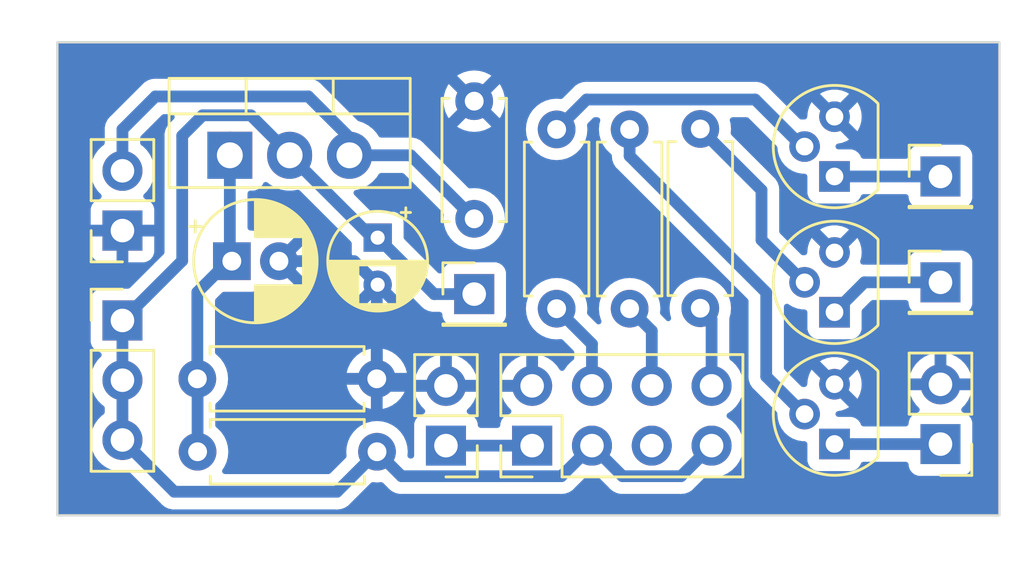
<source format=kicad_pcb>
(kicad_pcb (version 20221018) (generator pcbnew)
  (layers (0 "F.Cu" signal) (31 "B.Cu" signal) (34 "B.Paste" user) (35 "F.Paste" user) (36 "B.SilkS" user "B.Silkscreen") (37 "F.SilkS" user "F.Silkscreen") (38 "B.Mask" user) (39 "F.Mask" user) (44 "Edge.Cuts" user))
  (net 0 "")
  (net 1 "Net-(U1-ADJ)")
  (net 2 "+3.3V")
  (net 3 "red")
  (net 4 "green")
  (net 5 "touch")
  (net 6 "GND")
  (net 7 "blue")
  (net 8 "VCC")
  (net 10 "Net-(Q1-B)")
  (net 11 "Net-(Q2-B)")
  (net 12 "Net-(Q3-B)")
  (net 13 "Net-(J6-Pin_1)")
  (net 14 "Net-(J7-Pin_1)")
  (net 15 "Net-(J8-Pin_1)")
  (footprint "Connector_PinHeader_2.54mm:PinHeader_2x04_P2.54mm_Vertical" (layer "F.Cu") (at 40.897818 49.49 90)
    (fp_text reference "J1" hide)
    (fp_text value "Conn_02x04_Odd_Even" hide)
    (fp_line (start -1.33 -1.33) (end 0 -1.33) (stroke (width 0.12)) (layer "F.SilkS"))
    (fp_line (start -1.33 0) (end -1.33 -1.33) (stroke (width 0.12)) (layer "F.SilkS"))
    (fp_line (start -1.33 1.27) (end -1.33 8.95) (stroke (width 0.12)) (layer "F.SilkS"))
    (fp_line (start -1.33 1.27) (end 1.27 1.27) (stroke (width 0.12)) (layer "F.SilkS"))
    (fp_line (start -1.33 8.95) (end 3.87 8.95) (stroke (width 0.12)) (layer "F.SilkS"))
    (fp_line (start 1.27 -1.33) (end 3.87 -1.33) (stroke (width 0.12)) (layer "F.SilkS"))
    (fp_line (start 1.27 1.27) (end 1.27 -1.33) (stroke (width 0.12)) (layer "F.SilkS"))
    (fp_line (start 3.87 -1.33) (end 3.87 8.95) (stroke (width 0.12)) (layer "F.SilkS"))
    (pad "1" thru_hole rect (at 0 0 90) (size 1.7 1.7) (drill 1) (layers "*.Cu" "*.Mask") (net 5 "touch"))
    (pad "2" thru_hole oval (at 2.54 0 90) (size 1.7 1.7) (drill 1) (layers "*.Cu" "*.Mask") (net 6 "GND"))
    (pad "3" thru_hole oval (at 0 2.54 90) (size 1.7 1.7) (drill 1) (layers "*.Cu" "*.Mask") (net 2 "+3.3V"))
    (pad "4" thru_hole oval (at 2.54 2.54 90) (size 1.7 1.7) (drill 1) (layers "*.Cu" "*.Mask") (net 7 "blue"))
    (pad "5" thru_hole oval (at 0 5.08 90) (size 1.7 1.7) (drill 1) (layers "*.Cu" "*.Mask"))
    (pad "6" thru_hole oval (at 2.54 5.08 90) (size 1.7 1.7) (drill 1) (layers "*.Cu" "*.Mask") (net 4 "green"))
    (pad "7" thru_hole oval (at 0 7.62 90) (size 1.7 1.7) (drill 1) (layers "*.Cu" "*.Mask") (net 2 "+3.3V"))
    (pad "8" thru_hole oval (at 2.54 7.62 90) (size 1.7 1.7) (drill 1) (layers "*.Cu" "*.Mask") (net 3 "red"))
  )
  (footprint "Resistor_THT:R_Axial_DIN0207_L6.3mm_D2.5mm_P7.62mm_Horizontal" (layer "F.Cu") (at 45.037818 36.05 -90)
    (fp_text reference "R4" hide)
    (fp_text value "2K" hide)
    (fp_line (start 0.54 -1.37) (end 7.08 -1.37) (stroke (width 0.12)) (layer "F.SilkS"))
    (fp_line (start 0.54 -1.04) (end 0.54 -1.37) (stroke (width 0.12)) (layer "F.SilkS"))
    (fp_line (start 0.54 1.04) (end 0.54 1.37) (stroke (width 0.12)) (layer "F.SilkS"))
    (fp_line (start 0.54 1.37) (end 7.08 1.37) (stroke (width 0.12)) (layer "F.SilkS"))
    (fp_line (start 7.08 -1.37) (end 7.08 -1.04) (stroke (width 0.12)) (layer "F.SilkS"))
    (fp_line (start 7.08 1.37) (end 7.08 1.04) (stroke (width 0.12)) (layer "F.SilkS"))
    (pad "1" thru_hole circle (at 0 0 270) (size 1.6 1.6) (drill 0.8) (layers "*.Cu" "*.Mask") (net 11 "Net-(Q2-B)"))
    (pad "2" thru_hole oval (at 7.62 0 270) (size 1.6 1.6) (drill 0.8) (layers "*.Cu" "*.Mask") (net 4 "green"))
  )
  (footprint "Resistor_THT:R_Axial_DIN0207_L6.3mm_D2.5mm_P7.62mm_Horizontal" (layer "F.Cu") (at 26.68 46.65)
    (fp_text reference "R2" hide)
    (fp_text value "330R" hide)
    (fp_line (start 0.54 -1.37) (end 7.08 -1.37) (stroke (width 0.12)) (layer "F.SilkS"))
    (fp_line (start 0.54 -1.04) (end 0.54 -1.37) (stroke (width 0.12)) (layer "F.SilkS"))
    (fp_line (start 0.54 1.04) (end 0.54 1.37) (stroke (width 0.12)) (layer "F.SilkS"))
    (fp_line (start 0.54 1.37) (end 7.08 1.37) (stroke (width 0.12)) (layer "F.SilkS"))
    (fp_line (start 7.08 -1.37) (end 7.08 -1.04) (stroke (width 0.12)) (layer "F.SilkS"))
    (fp_line (start 7.08 1.37) (end 7.08 1.04) (stroke (width 0.12)) (layer "F.SilkS"))
    (pad "1" thru_hole circle (at 0 0) (size 1.6 1.6) (drill 0.8) (layers "*.Cu" "*.Mask") (net 1 "Net-(U1-ADJ)"))
    (pad "2" thru_hole oval (at 7.62 0) (size 1.6 1.6) (drill 0.8) (layers "*.Cu" "*.Mask") (net 6 "GND"))
  )
  (footprint "Connector_PinHeader_2.54mm:PinHeader_1x01_P2.54mm_Vertical" (layer "F.Cu") (at 38.437818 43.05)
    (fp_text reference "J9" hide)
    (fp_text value "Conn_01x01_Pin" hide)
    (fp_line (start -1.33 -1.33) (end 0 -1.33) (stroke (width 0.12)) (layer "F.SilkS"))
    (fp_line (start -1.33 0) (end -1.33 -1.33) (stroke (width 0.12)) (layer "F.SilkS"))
    (fp_line (start -1.33 1.27) (end -1.33 1.33) (stroke (width 0.12)) (layer "F.SilkS"))
    (fp_line (start -1.33 1.27) (end 1.33 1.27) (stroke (width 0.12)) (layer "F.SilkS"))
    (fp_line (start -1.33 1.33) (end 1.33 1.33) (stroke (width 0.12)) (layer "F.SilkS"))
    (fp_line (start 1.33 1.27) (end 1.33 1.33) (stroke (width 0.12)) (layer "F.SilkS"))
    (pad "1" thru_hole rect (at 0 0) (size 1.7 1.7) (drill 1) (layers "*.Cu" "*.Mask") (net 2 "+3.3V"))
  )
  (footprint "Resistor_THT:R_Axial_DIN0207_L6.3mm_D2.5mm_P7.62mm_Horizontal" (layer "F.Cu") (at 48.037818 43.65 90)
    (fp_text reference "R3" hide)
    (fp_text value "2K" hide)
    (fp_line (start 0.54 -1.37) (end 7.08 -1.37) (stroke (width 0.12)) (layer "F.SilkS"))
    (fp_line (start 0.54 -1.04) (end 0.54 -1.37) (stroke (width 0.12)) (layer "F.SilkS"))
    (fp_line (start 0.54 1.04) (end 0.54 1.37) (stroke (width 0.12)) (layer "F.SilkS"))
    (fp_line (start 0.54 1.37) (end 7.08 1.37) (stroke (width 0.12)) (layer "F.SilkS"))
    (fp_line (start 7.08 -1.37) (end 7.08 -1.04) (stroke (width 0.12)) (layer "F.SilkS"))
    (fp_line (start 7.08 1.37) (end 7.08 1.04) (stroke (width 0.12)) (layer "F.SilkS"))
    (pad "1" thru_hole circle (at 0 0 90) (size 1.6 1.6) (drill 0.8) (layers "*.Cu" "*.Mask") (net 3 "red"))
    (pad "2" thru_hole oval (at 7.62 0 90) (size 1.6 1.6) (drill 0.8) (layers "*.Cu" "*.Mask") (net 10 "Net-(Q1-B)"))
  )
  (footprint "Connector_PinHeader_2.54mm:PinHeader_1x01_P2.54mm_Vertical" (layer "F.Cu") (at 58.237818 38.05)
    (fp_text reference "J6" hide)
    (fp_text value "blueLedConn" hide)
    (fp_line (start -1.33 -1.33) (end 0 -1.33) (stroke (width 0.12)) (layer "F.SilkS"))
    (fp_line (start -1.33 0) (end -1.33 -1.33) (stroke (width 0.12)) (layer "F.SilkS"))
    (fp_line (start -1.33 1.27) (end -1.33 1.33) (stroke (width 0.12)) (layer "F.SilkS"))
    (fp_line (start -1.33 1.27) (end 1.33 1.27) (stroke (width 0.12)) (layer "F.SilkS"))
    (fp_line (start -1.33 1.33) (end 1.33 1.33) (stroke (width 0.12)) (layer "F.SilkS"))
    (fp_line (start 1.33 1.27) (end 1.33 1.33) (stroke (width 0.12)) (layer "F.SilkS"))
    (pad "1" thru_hole rect (at 0 0) (size 1.7 1.7) (drill 1) (layers "*.Cu" "*.Mask") (net 13 "Net-(J6-Pin_1)"))
  )
  (footprint "Package_TO_SOT_THT:TO-92" (layer "F.Cu") (at 53.737818 38.05 90)
    (fp_text reference "Q3" hide)
    (fp_text value "NPN" hide)
    (fp_line (start -0.53 1.85) (end 3.07 1.85) (stroke (width 0.12)) (layer "F.SilkS"))
    (fp_arc (start -0.568478 1.838478) (mid -1.132087 -0.994977) (end 1.27 -2.6) (stroke (width 0.12)) (layer "F.SilkS"))
    (fp_arc (start 1.27 -2.6) (mid 3.672087 -0.994977) (end 3.108478 1.838478) (stroke (width 0.12)) (layer "F.SilkS"))
    (pad "1" thru_hole rect (at 0 0 90) (size 1.3 1.3) (drill 0.75) (layers "*.Cu" "*.Mask") (net 13 "Net-(J6-Pin_1)"))
    (pad "2" thru_hole circle (at 1.27 -1.27 90) (size 1.3 1.3) (drill 0.75) (layers "*.Cu" "*.Mask") (net 12 "Net-(Q3-B)"))
    (pad "3" thru_hole circle (at 2.54 0 90) (size 1.3 1.3) (drill 0.75) (layers "*.Cu" "*.Mask") (net 6 "GND"))
  )
  (footprint "Capacitor_THT:CP_Radial_D4.0mm_P2.00mm" (layer "F.Cu") (at 34.337818 40.65 -90)
    (fp_text reference "C3" hide)
    (fp_text value "1uF" hide)
    (fp_line (start -1.269801 -1.195) (end -0.869801 -1.195) (stroke (width 0.12)) (layer "F.SilkS"))
    (fp_line (start -1.069801 -1.395) (end -1.069801 -0.995) (stroke (width 0.12)) (layer "F.SilkS"))
    (fp_line (start 1 -2.08) (end 1 2.08) (stroke (width 0.12)) (layer "F.SilkS"))
    (fp_line (start 1.04 -2.08) (end 1.04 2.08) (stroke (width 0.12)) (layer "F.SilkS"))
    (fp_line (start 1.08 -2.079) (end 1.08 2.079) (stroke (width 0.12)) (layer "F.SilkS"))
    (fp_line (start 1.12 -2.077) (end 1.12 2.077) (stroke (width 0.12)) (layer "F.SilkS"))
    (fp_line (start 1.16 -2.074) (end 1.16 2.074) (stroke (width 0.12)) (layer "F.SilkS"))
    (fp_line (start 1.2 -2.071) (end 1.2 -0.84) (stroke (width 0.12)) (layer "F.SilkS"))
    (fp_line (start 1.2 0.84) (end 1.2 2.071) (stroke (width 0.12)) (layer "F.SilkS"))
    (fp_line (start 1.24 -2.067) (end 1.24 -0.84) (stroke (width 0.12)) (layer "F.SilkS"))
    (fp_line (start 1.24 0.84) (end 1.24 2.067) (stroke (width 0.12)) (layer "F.SilkS"))
    (fp_line (start 1.28 -2.062) (end 1.28 -0.84) (stroke (width 0.12)) (layer "F.SilkS"))
    (fp_line (start 1.28 0.84) (end 1.28 2.062) (stroke (width 0.12)) (layer "F.SilkS"))
    (fp_line (start 1.32 -2.056) (end 1.32 -0.84) (stroke (width 0.12)) (layer "F.SilkS"))
    (fp_line (start 1.32 0.84) (end 1.32 2.056) (stroke (width 0.12)) (layer "F.SilkS"))
    (fp_line (start 1.36 -2.05) (end 1.36 -0.84) (stroke (width 0.12)) (layer "F.SilkS"))
    (fp_line (start 1.36 0.84) (end 1.36 2.05) (stroke (width 0.12)) (layer "F.SilkS"))
    (fp_line (start 1.4 -2.042) (end 1.4 -0.84) (stroke (width 0.12)) (layer "F.SilkS"))
    (fp_line (start 1.4 0.84) (end 1.4 2.042) (stroke (width 0.12)) (layer "F.SilkS"))
    (fp_line (start 1.44 -2.034) (end 1.44 -0.84) (stroke (width 0.12)) (layer "F.SilkS"))
    (fp_line (start 1.44 0.84) (end 1.44 2.034) (stroke (width 0.12)) (layer "F.SilkS"))
    (fp_line (start 1.48 -2.025) (end 1.48 -0.84) (stroke (width 0.12)) (layer "F.SilkS"))
    (fp_line (start 1.48 0.84) (end 1.48 2.025) (stroke (width 0.12)) (layer "F.SilkS"))
    (fp_line (start 1.52 -2.016) (end 1.52 -0.84) (stroke (width 0.12)) (layer "F.SilkS"))
    (fp_line (start 1.52 0.84) (end 1.52 2.016) (stroke (width 0.12)) (layer "F.SilkS"))
    (fp_line (start 1.56 -2.005) (end 1.56 -0.84) (stroke (width 0.12)) (layer "F.SilkS"))
    (fp_line (start 1.56 0.84) (end 1.56 2.005) (stroke (width 0.12)) (layer "F.SilkS"))
    (fp_line (start 1.6 -1.994) (end 1.6 -0.84) (stroke (width 0.12)) (layer "F.SilkS"))
    (fp_line (start 1.6 0.84) (end 1.6 1.994) (stroke (width 0.12)) (layer "F.SilkS"))
    (fp_line (start 1.64 -1.982) (end 1.64 -0.84) (stroke (width 0.12)) (layer "F.SilkS"))
    (fp_line (start 1.64 0.84) (end 1.64 1.982) (stroke (width 0.12)) (layer "F.SilkS"))
    (fp_line (start 1.68 -1.968) (end 1.68 -0.84) (stroke (width 0.12)) (layer "F.SilkS"))
    (fp_line (start 1.68 0.84) (end 1.68 1.968) (stroke (width 0.12)) (layer "F.SilkS"))
    (fp_line (start 1.721 -1.954) (end 1.721 -0.84) (stroke (width 0.12)) (layer "F.SilkS"))
    (fp_line (start 1.721 0.84) (end 1.721 1.954) (stroke (width 0.12)) (layer "F.SilkS"))
    (fp_line (start 1.761 -1.94) (end 1.761 -0.84) (stroke (width 0.12)) (layer "F.SilkS"))
    (fp_line (start 1.761 0.84) (end 1.761 1.94) (stroke (width 0.12)) (layer "F.SilkS"))
    (fp_line (start 1.801 -1.924) (end 1.801 -0.84) (stroke (width 0.12)) (layer "F.SilkS"))
    (fp_line (start 1.801 0.84) (end 1.801 1.924) (stroke (width 0.12)) (layer "F.SilkS"))
    (fp_line (start 1.841 -1.907) (end 1.841 -0.84) (stroke (width 0.12)) (layer "F.SilkS"))
    (fp_line (start 1.841 0.84) (end 1.841 1.907) (stroke (width 0.12)) (layer "F.SilkS"))
    (fp_line (start 1.881 -1.889) (end 1.881 -0.84) (stroke (width 0.12)) (layer "F.SilkS"))
    (fp_line (start 1.881 0.84) (end 1.881 1.889) (stroke (width 0.12)) (layer "F.SilkS"))
    (fp_line (start 1.921 -1.87) (end 1.921 -0.84) (stroke (width 0.12)) (layer "F.SilkS"))
    (fp_line (start 1.921 0.84) (end 1.921 1.87) (stroke (width 0.12)) (layer "F.SilkS"))
    (fp_line (start 1.961 -1.851) (end 1.961 -0.84) (stroke (width 0.12)) (layer "F.SilkS"))
    (fp_line (start 1.961 0.84) (end 1.961 1.851) (stroke (width 0.12)) (layer "F.SilkS"))
    (fp_line (start 2.001 -1.83) (end 2.001 -0.84) (stroke (width 0.12)) (layer "F.SilkS"))
    (fp_line (start 2.001 0.84) (end 2.001 1.83) (stroke (width 0.12)) (layer "F.SilkS"))
    (fp_line (start 2.041 -1.808) (end 2.041 -0.84) (stroke (width 0.12)) (layer "F.SilkS"))
    (fp_line (start 2.041 0.84) (end 2.041 1.808) (stroke (width 0.12)) (layer "F.SilkS"))
    (fp_line (start 2.081 -1.785) (end 2.081 -0.84) (stroke (width 0.12)) (layer "F.SilkS"))
    (fp_line (start 2.081 0.84) (end 2.081 1.785) (stroke (width 0.12)) (layer "F.SilkS"))
    (fp_line (start 2.121 -1.76) (end 2.121 -0.84) (stroke (width 0.12)) (layer "F.SilkS"))
    (fp_line (start 2.121 0.84) (end 2.121 1.76) (stroke (width 0.12)) (layer "F.SilkS"))
    (fp_line (start 2.161 -1.735) (end 2.161 -0.84) (stroke (width 0.12)) (layer "F.SilkS"))
    (fp_line (start 2.161 0.84) (end 2.161 1.735) (stroke (width 0.12)) (layer "F.SilkS"))
    (fp_line (start 2.201 -1.708) (end 2.201 -0.84) (stroke (width 0.12)) (layer "F.SilkS"))
    (fp_line (start 2.201 0.84) (end 2.201 1.708) (stroke (width 0.12)) (layer "F.SilkS"))
    (fp_line (start 2.241 -1.68) (end 2.241 -0.84) (stroke (width 0.12)) (layer "F.SilkS"))
    (fp_line (start 2.241 0.84) (end 2.241 1.68) (stroke (width 0.12)) (layer "F.SilkS"))
    (fp_line (start 2.281 -1.65) (end 2.281 -0.84) (stroke (width 0.12)) (layer "F.SilkS"))
    (fp_line (start 2.281 0.84) (end 2.281 1.65) (stroke (width 0.12)) (layer "F.SilkS"))
    (fp_line (start 2.321 -1.619) (end 2.321 -0.84) (stroke (width 0.12)) (layer "F.SilkS"))
    (fp_line (start 2.321 0.84) (end 2.321 1.619) (stroke (width 0.12)) (layer "F.SilkS"))
    (fp_line (start 2.361 -1.587) (end 2.361 -0.84) (stroke (width 0.12)) (layer "F.SilkS"))
    (fp_line (start 2.361 0.84) (end 2.361 1.587) (stroke (width 0.12)) (layer "F.SilkS"))
    (fp_line (start 2.401 -1.552) (end 2.401 -0.84) (stroke (width 0.12)) (layer "F.SilkS"))
    (fp_line (start 2.401 0.84) (end 2.401 1.552) (stroke (width 0.12)) (layer "F.SilkS"))
    (fp_line (start 2.441 -1.516) (end 2.441 -0.84) (stroke (width 0.12)) (layer "F.SilkS"))
    (fp_line (start 2.441 0.84) (end 2.441 1.516) (stroke (width 0.12)) (layer "F.SilkS"))
    (fp_line (start 2.481 -1.478) (end 2.481 -0.84) (stroke (width 0.12)) (layer "F.SilkS"))
    (fp_line (start 2.481 0.84) (end 2.481 1.478) (stroke (width 0.12)) (layer "F.SilkS"))
    (fp_line (start 2.521 -1.438) (end 2.521 -0.84) (stroke (width 0.12)) (layer "F.SilkS"))
    (fp_line (start 2.521 0.84) (end 2.521 1.438) (stroke (width 0.12)) (layer "F.SilkS"))
    (fp_line (start 2.561 -1.396) (end 2.561 -0.84) (stroke (width 0.12)) (layer "F.SilkS"))
    (fp_line (start 2.561 0.84) (end 2.561 1.396) (stroke (width 0.12)) (layer "F.SilkS"))
    (fp_line (start 2.601 -1.351) (end 2.601 -0.84) (stroke (width 0.12)) (layer "F.SilkS"))
    (fp_line (start 2.601 0.84) (end 2.601 1.351) (stroke (width 0.12)) (layer "F.SilkS"))
    (fp_line (start 2.641 -1.304) (end 2.641 -0.84) (stroke (width 0.12)) (layer "F.SilkS"))
    (fp_line (start 2.641 0.84) (end 2.641 1.304) (stroke (width 0.12)) (layer "F.SilkS"))
    (fp_line (start 2.681 -1.254) (end 2.681 -0.84) (stroke (width 0.12)) (layer "F.SilkS"))
    (fp_line (start 2.681 0.84) (end 2.681 1.254) (stroke (width 0.12)) (layer "F.SilkS"))
    (fp_line (start 2.721 -1.2) (end 2.721 -0.84) (stroke (width 0.12)) (layer "F.SilkS"))
    (fp_line (start 2.721 0.84) (end 2.721 1.2) (stroke (width 0.12)) (layer "F.SilkS"))
    (fp_line (start 2.761 -1.142) (end 2.761 -0.84) (stroke (width 0.12)) (layer "F.SilkS"))
    (fp_line (start 2.761 0.84) (end 2.761 1.142) (stroke (width 0.12)) (layer "F.SilkS"))
    (fp_line (start 2.801 -1.08) (end 2.801 -0.84) (stroke (width 0.12)) (layer "F.SilkS"))
    (fp_line (start 2.801 0.84) (end 2.801 1.08) (stroke (width 0.12)) (layer "F.SilkS"))
    (fp_line (start 2.841 -1.013) (end 2.841 1.013) (stroke (width 0.12)) (layer "F.SilkS"))
    (fp_line (start 2.881 -0.94) (end 2.881 0.94) (stroke (width 0.12)) (layer "F.SilkS"))
    (fp_line (start 2.921 -0.859) (end 2.921 0.859) (stroke (width 0.12)) (layer "F.SilkS"))
    (fp_line (start 2.961 -0.768) (end 2.961 0.768) (stroke (width 0.12)) (layer "F.SilkS"))
    (fp_line (start 3.001 -0.664) (end 3.001 0.664) (stroke (width 0.12)) (layer "F.SilkS"))
    (fp_line (start 3.041 -0.537) (end 3.041 0.537) (stroke (width 0.12)) (layer "F.SilkS"))
    (fp_line (start 3.081 -0.37) (end 3.081 0.37) (stroke (width 0.12)) (layer "F.SilkS"))
    (fp_circle (center 1 0) (end 3.12 0) (stroke (width 0.12)) (fill none) (layer "F.SilkS"))
    (pad "1" thru_hole rect (at 0 0 270) (size 1.2 1.2) (drill 0.6) (layers "*.Cu" "*.Mask") (net 2 "+3.3V"))
    (pad "2" thru_hole circle (at 2 0 270) (size 1.2 1.2) (drill 0.6) (layers "*.Cu" "*.Mask") (net 6 "GND"))
  )
  (footprint "Capacitor_THT:C_Disc_D5.0mm_W2.5mm_P5.00mm" (layer "F.Cu") (at 38.437818 39.85 90)
    (fp_text reference "C1" hide)
    (fp_text value "100nF" hide)
    (fp_line (start -0.12 -1.37) (end -0.12 -1.055) (stroke (width 0.12)) (layer "F.SilkS"))
    (fp_line (start -0.12 -1.37) (end 5.12 -1.37) (stroke (width 0.12)) (layer "F.SilkS"))
    (fp_line (start -0.12 1.055) (end -0.12 1.37) (stroke (width 0.12)) (layer "F.SilkS"))
    (fp_line (start -0.12 1.37) (end 5.12 1.37) (stroke (width 0.12)) (layer "F.SilkS"))
    (fp_line (start 5.12 -1.37) (end 5.12 -1.055) (stroke (width 0.12)) (layer "F.SilkS"))
    (fp_line (start 5.12 1.055) (end 5.12 1.37) (stroke (width 0.12)) (layer "F.SilkS"))
    (pad "1" thru_hole circle (at 0 0 90) (size 1.6 1.6) (drill 0.8) (layers "*.Cu" "*.Mask") (net 8 "VCC"))
    (pad "2" thru_hole circle (at 5 0 90) (size 1.6 1.6) (drill 0.8) (layers "*.Cu" "*.Mask") (net 6 "GND"))
  )
  (footprint "Package_TO_SOT_THT:TO-92" (layer "F.Cu") (at 53.737818 49.42 90)
    (fp_text reference "Q2" hide)
    (fp_text value "NPN" hide)
    (fp_line (start -0.53 1.85) (end 3.07 1.85) (stroke (width 0.12)) (layer "F.SilkS"))
    (fp_arc (start -0.568478 1.838478) (mid -1.132087 -0.994977) (end 1.27 -2.6) (stroke (width 0.12)) (layer "F.SilkS"))
    (fp_arc (start 1.27 -2.6) (mid 3.672087 -0.994977) (end 3.108478 1.838478) (stroke (width 0.12)) (layer "F.SilkS"))
    (pad "1" thru_hole rect (at 0 0 90) (size 1.3 1.3) (drill 0.75) (layers "*.Cu" "*.Mask") (net 15 "Net-(J8-Pin_1)"))
    (pad "2" thru_hole circle (at 1.27 -1.27 90) (size 1.3 1.3) (drill 0.75) (layers "*.Cu" "*.Mask") (net 11 "Net-(Q2-B)"))
    (pad "3" thru_hole circle (at 2.54 0 90) (size 1.3 1.3) (drill 0.75) (layers "*.Cu" "*.Mask") (net 6 "GND"))
  )
  (footprint "Package_TO_SOT_THT:TO-220-3_Vertical" (layer "F.Cu") (at 28.06 37.15)
    (fp_text reference "U1" hide)
    (fp_text value "LM317_TO-220" hide)
    (fp_line (start -2.58 -3.27) (end -2.58 1.371) (stroke (width 0.12)) (layer "F.SilkS"))
    (fp_line (start -2.58 -3.27) (end 7.66 -3.27) (stroke (width 0.12)) (layer "F.SilkS"))
    (fp_line (start -2.58 -1.76) (end 7.66 -1.76) (stroke (width 0.12)) (layer "F.SilkS"))
    (fp_line (start -2.58 1.371) (end 7.66 1.371) (stroke (width 0.12)) (layer "F.SilkS"))
    (fp_line (start 0.69 -3.27) (end 0.69 -1.76) (stroke (width 0.12)) (layer "F.SilkS"))
    (fp_line (start 4.391 -3.27) (end 4.391 -1.76) (stroke (width 0.12)) (layer "F.SilkS"))
    (fp_line (start 7.66 -3.27) (end 7.66 1.371) (stroke (width 0.12)) (layer "F.SilkS"))
    (pad "1" thru_hole rect (at 0 0) (size 1.905 2) (drill 1.1) (layers "*.Cu" "*.Mask") (net 1 "Net-(U1-ADJ)"))
    (pad "2" thru_hole oval (at 2.54 0) (size 1.905 2) (drill 1.1) (layers "*.Cu" "*.Mask") (net 2 "+3.3V"))
    (pad "3" thru_hole oval (at 5.08 0) (size 1.905 2) (drill 1.1) (layers "*.Cu" "*.Mask") (net 8 "VCC"))
  )
  (footprint "Capacitor_THT:CP_Radial_D5.0mm_P2.00mm" (layer "F.Cu") (at 28.144888 41.65)
    (fp_text reference "C2" hide)
    (fp_text value "10uF" hide)
    (fp_line (start -1.804775 -1.475) (end -1.304775 -1.475) (stroke (width 0.12)) (layer "F.SilkS"))
    (fp_line (start -1.554775 -1.725) (end -1.554775 -1.225) (stroke (width 0.12)) (layer "F.SilkS"))
    (fp_line (start 1 -2.58) (end 1 -1.04) (stroke (width 0.12)) (layer "F.SilkS"))
    (fp_line (start 1 1.04) (end 1 2.58) (stroke (width 0.12)) (layer "F.SilkS"))
    (fp_line (start 1.04 -2.58) (end 1.04 -1.04) (stroke (width 0.12)) (layer "F.SilkS"))
    (fp_line (start 1.04 1.04) (end 1.04 2.58) (stroke (width 0.12)) (layer "F.SilkS"))
    (fp_line (start 1.08 -2.579) (end 1.08 -1.04) (stroke (width 0.12)) (layer "F.SilkS"))
    (fp_line (start 1.08 1.04) (end 1.08 2.579) (stroke (width 0.12)) (layer "F.SilkS"))
    (fp_line (start 1.12 -2.578) (end 1.12 -1.04) (stroke (width 0.12)) (layer "F.SilkS"))
    (fp_line (start 1.12 1.04) (end 1.12 2.578) (stroke (width 0.12)) (layer "F.SilkS"))
    (fp_line (start 1.16 -2.576) (end 1.16 -1.04) (stroke (width 0.12)) (layer "F.SilkS"))
    (fp_line (start 1.16 1.04) (end 1.16 2.576) (stroke (width 0.12)) (layer "F.SilkS"))
    (fp_line (start 1.2 -2.573) (end 1.2 -1.04) (stroke (width 0.12)) (layer "F.SilkS"))
    (fp_line (start 1.2 1.04) (end 1.2 2.573) (stroke (width 0.12)) (layer "F.SilkS"))
    (fp_line (start 1.24 -2.569) (end 1.24 -1.04) (stroke (width 0.12)) (layer "F.SilkS"))
    (fp_line (start 1.24 1.04) (end 1.24 2.569) (stroke (width 0.12)) (layer "F.SilkS"))
    (fp_line (start 1.28 -2.565) (end 1.28 -1.04) (stroke (width 0.12)) (layer "F.SilkS"))
    (fp_line (start 1.28 1.04) (end 1.28 2.565) (stroke (width 0.12)) (layer "F.SilkS"))
    (fp_line (start 1.32 -2.561) (end 1.32 -1.04) (stroke (width 0.12)) (layer "F.SilkS"))
    (fp_line (start 1.32 1.04) (end 1.32 2.561) (stroke (width 0.12)) (layer "F.SilkS"))
    (fp_line (start 1.36 -2.556) (end 1.36 -1.04) (stroke (width 0.12)) (layer "F.SilkS"))
    (fp_line (start 1.36 1.04) (end 1.36 2.556) (stroke (width 0.12)) (layer "F.SilkS"))
    (fp_line (start 1.4 -2.55) (end 1.4 -1.04) (stroke (width 0.12)) (layer "F.SilkS"))
    (fp_line (start 1.4 1.04) (end 1.4 2.55) (stroke (width 0.12)) (layer "F.SilkS"))
    (fp_line (start 1.44 -2.543) (end 1.44 -1.04) (stroke (width 0.12)) (layer "F.SilkS"))
    (fp_line (start 1.44 1.04) (end 1.44 2.543) (stroke (width 0.12)) (layer "F.SilkS"))
    (fp_line (start 1.48 -2.536) (end 1.48 -1.04) (stroke (width 0.12)) (layer "F.SilkS"))
    (fp_line (start 1.48 1.04) (end 1.48 2.536) (stroke (width 0.12)) (layer "F.SilkS"))
    (fp_line (start 1.52 -2.528) (end 1.52 -1.04) (stroke (width 0.12)) (layer "F.SilkS"))
    (fp_line (start 1.52 1.04) (end 1.52 2.528) (stroke (width 0.12)) (layer "F.SilkS"))
    (fp_line (start 1.56 -2.52) (end 1.56 -1.04) (stroke (width 0.12)) (layer "F.SilkS"))
    (fp_line (start 1.56 1.04) (end 1.56 2.52) (stroke (width 0.12)) (layer "F.SilkS"))
    (fp_line (start 1.6 -2.511) (end 1.6 -1.04) (stroke (width 0.12)) (layer "F.SilkS"))
    (fp_line (start 1.6 1.04) (end 1.6 2.511) (stroke (width 0.12)) (layer "F.SilkS"))
    (fp_line (start 1.64 -2.501) (end 1.64 -1.04) (stroke (width 0.12)) (layer "F.SilkS"))
    (fp_line (start 1.64 1.04) (end 1.64 2.501) (stroke (width 0.12)) (layer "F.SilkS"))
    (fp_line (start 1.68 -2.491) (end 1.68 -1.04) (stroke (width 0.12)) (layer "F.SilkS"))
    (fp_line (start 1.68 1.04) (end 1.68 2.491) (stroke (width 0.12)) (layer "F.SilkS"))
    (fp_line (start 1.721 -2.48) (end 1.721 -1.04) (stroke (width 0.12)) (layer "F.SilkS"))
    (fp_line (start 1.721 1.04) (end 1.721 2.48) (stroke (width 0.12)) (layer "F.SilkS"))
    (fp_line (start 1.761 -2.468) (end 1.761 -1.04) (stroke (width 0.12)) (layer "F.SilkS"))
    (fp_line (start 1.761 1.04) (end 1.761 2.468) (stroke (width 0.12)) (layer "F.SilkS"))
    (fp_line (start 1.801 -2.455) (end 1.801 -1.04) (stroke (width 0.12)) (layer "F.SilkS"))
    (fp_line (start 1.801 1.04) (end 1.801 2.455) (stroke (width 0.12)) (layer "F.SilkS"))
    (fp_line (start 1.841 -2.442) (end 1.841 -1.04) (stroke (width 0.12)) (layer "F.SilkS"))
    (fp_line (start 1.841 1.04) (end 1.841 2.442) (stroke (width 0.12)) (layer "F.SilkS"))
    (fp_line (start 1.881 -2.428) (end 1.881 -1.04) (stroke (width 0.12)) (layer "F.SilkS"))
    (fp_line (start 1.881 1.04) (end 1.881 2.428) (stroke (width 0.12)) (layer "F.SilkS"))
    (fp_line (start 1.921 -2.414) (end 1.921 -1.04) (stroke (width 0.12)) (layer "F.SilkS"))
    (fp_line (start 1.921 1.04) (end 1.921 2.414) (stroke (width 0.12)) (layer "F.SilkS"))
    (fp_line (start 1.961 -2.398) (end 1.961 -1.04) (stroke (width 0.12)) (layer "F.SilkS"))
    (fp_line (start 1.961 1.04) (end 1.961 2.398) (stroke (width 0.12)) (layer "F.SilkS"))
    (fp_line (start 2.001 -2.382) (end 2.001 -1.04) (stroke (width 0.12)) (layer "F.SilkS"))
    (fp_line (start 2.001 1.04) (end 2.001 2.382) (stroke (width 0.12)) (layer "F.SilkS"))
    (fp_line (start 2.041 -2.365) (end 2.041 -1.04) (stroke (width 0.12)) (layer "F.SilkS"))
    (fp_line (start 2.041 1.04) (end 2.041 2.365) (stroke (width 0.12)) (layer "F.SilkS"))
    (fp_line (start 2.081 -2.348) (end 2.081 -1.04) (stroke (width 0.12)) (layer "F.SilkS"))
    (fp_line (start 2.081 1.04) (end 2.081 2.348) (stroke (width 0.12)) (layer "F.SilkS"))
    (fp_line (start 2.121 -2.329) (end 2.121 -1.04) (stroke (width 0.12)) (layer "F.SilkS"))
    (fp_line (start 2.121 1.04) (end 2.121 2.329) (stroke (width 0.12)) (layer "F.SilkS"))
    (fp_line (start 2.161 -2.31) (end 2.161 -1.04) (stroke (width 0.12)) (layer "F.SilkS"))
    (fp_line (start 2.161 1.04) (end 2.161 2.31) (stroke (width 0.12)) (layer "F.SilkS"))
    (fp_line (start 2.201 -2.29) (end 2.201 -1.04) (stroke (width 0.12)) (layer "F.SilkS"))
    (fp_line (start 2.201 1.04) (end 2.201 2.29) (stroke (width 0.12)) (layer "F.SilkS"))
    (fp_line (start 2.241 -2.268) (end 2.241 -1.04) (stroke (width 0.12)) (layer "F.SilkS"))
    (fp_line (start 2.241 1.04) (end 2.241 2.268) (stroke (width 0.12)) (layer "F.SilkS"))
    (fp_line (start 2.281 -2.247) (end 2.281 -1.04) (stroke (width 0.12)) (layer "F.SilkS"))
    (fp_line (start 2.281 1.04) (end 2.281 2.247) (stroke (width 0.12)) (layer "F.SilkS"))
    (fp_line (start 2.321 -2.224) (end 2.321 -1.04) (stroke (width 0.12)) (layer "F.SilkS"))
    (fp_line (start 2.321 1.04) (end 2.321 2.224) (stroke (width 0.12)) (layer "F.SilkS"))
    (fp_line (start 2.361 -2.2) (end 2.361 -1.04) (stroke (width 0.12)) (layer "F.SilkS"))
    (fp_line (start 2.361 1.04) (end 2.361 2.2) (stroke (width 0.12)) (layer "F.SilkS"))
    (fp_line (start 2.401 -2.175) (end 2.401 -1.04) (stroke (width 0.12)) (layer "F.SilkS"))
    (fp_line (start 2.401 1.04) (end 2.401 2.175) (stroke (width 0.12)) (layer "F.SilkS"))
    (fp_line (start 2.441 -2.149) (end 2.441 -1.04) (stroke (width 0.12)) (layer "F.SilkS"))
    (fp_line (start 2.441 1.04) (end 2.441 2.149) (stroke (width 0.12)) (layer "F.SilkS"))
    (fp_line (start 2.481 -2.122) (end 2.481 -1.04) (stroke (width 0.12)) (layer "F.SilkS"))
    (fp_line (start 2.481 1.04) (end 2.481 2.122) (stroke (width 0.12)) (layer "F.SilkS"))
    (fp_line (start 2.521 -2.095) (end 2.521 -1.04) (stroke (width 0.12)) (layer "F.SilkS"))
    (fp_line (start 2.521 1.04) (end 2.521 2.095) (stroke (width 0.12)) (layer "F.SilkS"))
    (fp_line (start 2.561 -2.065) (end 2.561 -1.04) (stroke (width 0.12)) (layer "F.SilkS"))
    (fp_line (start 2.561 1.04) (end 2.561 2.065) (stroke (width 0.12)) (layer "F.SilkS"))
    (fp_line (start 2.601 -2.035) (end 2.601 -1.04) (stroke (width 0.12)) (layer "F.SilkS"))
    (fp_line (start 2.601 1.04) (end 2.601 2.035) (stroke (width 0.12)) (layer "F.SilkS"))
    (fp_line (start 2.641 -2.004) (end 2.641 -1.04) (stroke (width 0.12)) (layer "F.SilkS"))
    (fp_line (start 2.641 1.04) (end 2.641 2.004) (stroke (width 0.12)) (layer "F.SilkS"))
    (fp_line (start 2.681 -1.971) (end 2.681 -1.04) (stroke (width 0.12)) (layer "F.SilkS"))
    (fp_line (start 2.681 1.04) (end 2.681 1.971) (stroke (width 0.12)) (layer "F.SilkS"))
    (fp_line (start 2.721 -1.937) (end 2.721 -1.04) (stroke (width 0.12)) (layer "F.SilkS"))
    (fp_line (start 2.721 1.04) (end 2.721 1.937) (stroke (width 0.12)) (layer "F.SilkS"))
    (fp_line (start 2.761 -1.901) (end 2.761 -1.04) (stroke (width 0.12)) (layer "F.SilkS"))
    (fp_line (start 2.761 1.04) (end 2.761 1.901) (stroke (width 0.12)) (layer "F.SilkS"))
    (fp_line (start 2.801 -1.864) (end 2.801 -1.04) (stroke (width 0.12)) (layer "F.SilkS"))
    (fp_line (start 2.801 1.04) (end 2.801 1.864) (stroke (width 0.12)) (layer "F.SilkS"))
    (fp_line (start 2.841 -1.826) (end 2.841 -1.04) (stroke (width 0.12)) (layer "F.SilkS"))
    (fp_line (start 2.841 1.04) (end 2.841 1.826) (stroke (width 0.12)) (layer "F.SilkS"))
    (fp_line (start 2.881 -1.785) (end 2.881 -1.04) (stroke (width 0.12)) (layer "F.SilkS"))
    (fp_line (start 2.881 1.04) (end 2.881 1.785) (stroke (width 0.12)) (layer "F.SilkS"))
    (fp_line (start 2.921 -1.743) (end 2.921 -1.04) (stroke (width 0.12)) (layer "F.SilkS"))
    (fp_line (start 2.921 1.04) (end 2.921 1.743) (stroke (width 0.12)) (layer "F.SilkS"))
    (fp_line (start 2.961 -1.699) (end 2.961 -1.04) (stroke (width 0.12)) (layer "F.SilkS"))
    (fp_line (start 2.961 1.04) (end 2.961 1.699) (stroke (width 0.12)) (layer "F.SilkS"))
    (fp_line (start 3.001 -1.653) (end 3.001 -1.04) (stroke (width 0.12)) (layer "F.SilkS"))
    (fp_line (start 3.001 1.04) (end 3.001 1.653) (stroke (width 0.12)) (layer "F.SilkS"))
    (fp_line (start 3.041 -1.605) (end 3.041 1.605) (stroke (width 0.12)) (layer "F.SilkS"))
    (fp_line (start 3.081 -1.554) (end 3.081 1.554) (stroke (width 0.12)) (layer "F.SilkS"))
    (fp_line (start 3.121 -1.5) (end 3.121 1.5) (stroke (width 0.12)) (layer "F.SilkS"))
    (fp_line (start 3.161 -1.443) (end 3.161 1.443) (stroke (width 0.12)) (layer "F.SilkS"))
    (fp_line (start 3.201 -1.383) (end 3.201 1.383) (stroke (width 0.12)) (layer "F.SilkS"))
    (fp_line (start 3.241 -1.319) (end 3.241 1.319) (stroke (width 0.12)) (layer "F.SilkS"))
    (fp_line (start 3.281 -1.251) (end 3.281 1.251) (stroke (width 0.12)) (layer "F.SilkS"))
    (fp_line (start 3.321 -1.178) (end 3.321 1.178) (stroke (width 0.12)) (layer "F.SilkS"))
    (fp_line (start 3.361 -1.098) (end 3.361 1.098) (stroke (width 0.12)) (layer "F.SilkS"))
    (fp_line (start 3.401 -1.011) (end 3.401 1.011) (stroke (width 0.12)) (layer "F.SilkS"))
    (fp_line (start 3.441 -0.915) (end 3.441 0.915) (stroke (width 0.12)) (layer "F.SilkS"))
    (fp_line (start 3.481 -0.805) (end 3.481 0.805) (stroke (width 0.12)) (layer "F.SilkS"))
    (fp_line (start 3.521 -0.677) (end 3.521 0.677) (stroke (width 0.12)) (layer "F.SilkS"))
    (fp_line (start 3.561 -0.518) (end 3.561 0.518) (stroke (width 0.12)) (layer "F.SilkS"))
    (fp_line (start 3.601 -0.284) (end 3.601 0.284) (stroke (width 0.12)) (layer "F.SilkS"))
    (fp_circle (center 1 0) (end 3.62 0) (stroke (width 0.12)) (fill none) (layer "F.SilkS"))
    (pad "1" thru_hole rect (at 0 0) (size 1.6 1.6) (drill 0.8) (layers "*.Cu" "*.Mask") (net 1 "Net-(U1-ADJ)"))
    (pad "2" thru_hole circle (at 2 0) (size 1.6 1.6) (drill 0.8) (layers "*.Cu" "*.Mask") (net 6 "GND"))
  )
  (footprint "Connector_PinHeader_2.54mm:PinHeader_1x02_P2.54mm_Vertical" (layer "F.Cu") (at 58.237818 49.425 180)
    (fp_text reference "J8" hide)
    (fp_text value "greenLedConn" hide)
    (fp_line (start -1.33 -1.33) (end 0 -1.33) (stroke (width 0.12)) (layer "F.SilkS"))
    (fp_line (start -1.33 0) (end -1.33 -1.33) (stroke (width 0.12)) (layer "F.SilkS"))
    (fp_line (start -1.33 1.27) (end -1.33 3.87) (stroke (width 0.12)) (layer "F.SilkS"))
    (fp_line (start -1.33 1.27) (end 1.33 1.27) (stroke (width 0.12)) (layer "F.SilkS"))
    (fp_line (start -1.33 3.87) (end 1.33 3.87) (stroke (width 0.12)) (layer "F.SilkS"))
    (fp_line (start 1.33 1.27) (end 1.33 3.87) (stroke (width 0.12)) (layer "F.SilkS"))
    (pad "1" thru_hole rect (at 0 0 180) (size 1.7 1.7) (drill 1) (layers "*.Cu" "*.Mask") (net 15 "Net-(J8-Pin_1)"))
    (pad "2" thru_hole oval (at 0 2.54 180) (size 1.7 1.7) (drill 1) (layers "*.Cu" "*.Mask") (net 6 "GND"))
  )
  (footprint "Connector_PinHeader_2.54mm:PinHeader_1x03_P2.54mm_Vertical" (layer "F.Cu") (at 23.5 44.17)
    (fp_text reference "J5" hide)
    (fp_text value "Conn_01x03_Pin" hide)
    (fp_line (start -1.33 -1.33) (end 0 -1.33) (stroke (width 0.12)) (layer "F.SilkS"))
    (fp_line (start -1.33 0) (end -1.33 -1.33) (stroke (width 0.12)) (layer "F.SilkS"))
    (fp_line (start -1.33 1.27) (end -1.33 6.41) (stroke (width 0.12)) (layer "F.SilkS"))
    (fp_line (start -1.33 1.27) (end 1.33 1.27) (stroke (width 0.12)) (layer "F.SilkS"))
    (fp_line (start -1.33 6.41) (end 1.33 6.41) (stroke (width 0.12)) (layer "F.SilkS"))
    (fp_line (start 1.33 1.27) (end 1.33 6.41) (stroke (width 0.12)) (layer "F.SilkS"))
    (pad "1" thru_hole rect (at 0 0) (size 1.7 1.7) (drill 1) (layers "*.Cu" "*.Mask") (net 2 "+3.3V"))
    (pad "2" thru_hole oval (at 0 2.54) (size 1.7 1.7) (drill 1) (layers "*.Cu" "*.Mask") (net 2 "+3.3V"))
    (pad "3" thru_hole oval (at 0 5.08) (size 1.7 1.7) (drill 1) (layers "*.Cu" "*.Mask") (net 2 "+3.3V"))
  )
  (footprint "Resistor_THT:R_Axial_DIN0207_L6.3mm_D2.5mm_P7.62mm_Horizontal" (layer "F.Cu") (at 34.31 49.75 180)
    (fp_text reference "R1" hide)
    (fp_text value "200R" hide)
    (fp_line (start 0.54 -1.37) (end 7.08 -1.37) (stroke (width 0.12)) (layer "F.SilkS"))
    (fp_line (start 0.54 -1.04) (end 0.54 -1.37) (stroke (width 0.12)) (layer "F.SilkS"))
    (fp_line (start 0.54 1.04) (end 0.54 1.37) (stroke (width 0.12)) (layer "F.SilkS"))
    (fp_line (start 0.54 1.37) (end 7.08 1.37) (stroke (width 0.12)) (layer "F.SilkS"))
    (fp_line (start 7.08 -1.37) (end 7.08 -1.04) (stroke (width 0.12)) (layer "F.SilkS"))
    (fp_line (start 7.08 1.37) (end 7.08 1.04) (stroke (width 0.12)) (layer "F.SilkS"))
    (pad "1" thru_hole circle (at 0 0 180) (size 1.6 1.6) (drill 0.8) (layers "*.Cu" "*.Mask") (net 2 "+3.3V"))
    (pad "2" thru_hole oval (at 7.62 0 180) (size 1.6 1.6) (drill 0.8) (layers "*.Cu" "*.Mask") (net 1 "Net-(U1-ADJ)"))
  )
  (footprint "Connector_PinHeader_2.54mm:PinHeader_1x01_P2.54mm_Vertical" (layer "F.Cu") (at 58.237818 42.55)
    (fp_text reference "J7" hide)
    (fp_text value "redLedConn" hide)
    (fp_line (start -1.33 -1.33) (end 0 -1.33) (stroke (width 0.12)) (layer "F.SilkS"))
    (fp_line (start -1.33 0) (end -1.33 -1.33) (stroke (width 0.12)) (layer "F.SilkS"))
    (fp_line (start -1.33 1.27) (end -1.33 1.33) (stroke (width 0.12)) (layer "F.SilkS"))
    (fp_line (start -1.33 1.27) (end 1.33 1.27) (stroke (width 0.12)) (layer "F.SilkS"))
    (fp_line (start -1.33 1.33) (end 1.33 1.33) (stroke (width 0.12)) (layer "F.SilkS"))
    (fp_line (start 1.33 1.27) (end 1.33 1.33) (stroke (width 0.12)) (layer "F.SilkS"))
    (pad "1" thru_hole rect (at 0 0) (size 1.7 1.7) (drill 1) (layers "*.Cu" "*.Mask") (net 14 "Net-(J7-Pin_1)"))
  )
  (footprint "Package_TO_SOT_THT:TO-92" (layer "F.Cu") (at 53.737818 43.82 90)
    (fp_text reference "Q1" hide)
    (fp_text value "NPN" hide)
    (fp_line (start -0.53 1.85) (end 3.07 1.85) (stroke (width 0.12)) (layer "F.SilkS"))
    (fp_arc (start -0.568478 1.838478) (mid -1.132087 -0.994977) (end 1.27 -2.6) (stroke (width 0.12)) (layer "F.SilkS"))
    (fp_arc (start 1.27 -2.6) (mid 3.672087 -0.994977) (end 3.108478 1.838478) (stroke (width 0.12)) (layer "F.SilkS"))
    (pad "1" thru_hole rect (at 0 0 90) (size 1.3 1.3) (drill 0.75) (layers "*.Cu" "*.Mask") (net 14 "Net-(J7-Pin_1)"))
    (pad "2" thru_hole circle (at 1.27 -1.27 90) (size 1.3 1.3) (drill 0.75) (layers "*.Cu" "*.Mask") (net 10 "Net-(Q1-B)"))
    (pad "3" thru_hole circle (at 2.54 0 90) (size 1.3 1.3) (drill 0.75) (layers "*.Cu" "*.Mask") (net 6 "GND"))
  )
  (footprint "Connector_PinSocket_2.54mm:PinSocket_1x02_P2.54mm_Vertical" (layer "F.Cu") (at 23.5 40.35 180)
    (fp_text reference "J2" hide)
    (fp_text value "Power in" hide)
    (fp_line (start -1.33 1.27) (end -1.33 3.87) (stroke (width 0.12)) (layer "F.SilkS"))
    (fp_line (start -1.33 1.27) (end 1.33 1.27) (stroke (width 0.12)) (layer "F.SilkS"))
    (fp_line (start -1.33 3.87) (end 1.33 3.87) (stroke (width 0.12)) (layer "F.SilkS"))
    (fp_line (start 0 -1.33) (end 1.33 -1.33) (stroke (width 0.12)) (layer "F.SilkS"))
    (fp_line (start 1.33 -1.33) (end 1.33 0) (stroke (width 0.12)) (layer "F.SilkS"))
    (fp_line (start 1.33 1.27) (end 1.33 3.87) (stroke (width 0.12)) (layer "F.SilkS"))
    (pad "1" thru_hole rect (at 0 0 180) (size 1.7 1.7) (drill 1) (layers "*.Cu" "*.Mask") (net 6 "GND"))
    (pad "2" thru_hole oval (at 0 2.54 180) (size 1.7 1.7) (drill 1) (layers "*.Cu" "*.Mask") (net 8 "VCC"))
  )
  (footprint "Resistor_THT:R_Axial_DIN0207_L6.3mm_D2.5mm_P7.62mm_Horizontal" (layer "F.Cu") (at 41.937818 43.67 90)
    (fp_text reference "R5" hide)
    (fp_text value "2K" hide)
    (fp_line (start 0.54 -1.37) (end 7.08 -1.37) (stroke (width 0.12)) (layer "F.SilkS"))
    (fp_line (start 0.54 -1.04) (end 0.54 -1.37) (stroke (width 0.12)) (layer "F.SilkS"))
    (fp_line (start 0.54 1.04) (end 0.54 1.37) (stroke (width 0.12)) (layer "F.SilkS"))
    (fp_line (start 0.54 1.37) (end 7.08 1.37) (stroke (width 0.12)) (layer "F.SilkS"))
    (fp_line (start 7.08 -1.37) (end 7.08 -1.04) (stroke (width 0.12)) (layer "F.SilkS"))
    (fp_line (start 7.08 1.37) (end 7.08 1.04) (stroke (width 0.12)) (layer "F.SilkS"))
    (pad "1" thru_hole circle (at 0 0 90) (size 1.6 1.6) (drill 0.8) (layers "*.Cu" "*.Mask") (net 7 "blue"))
    (pad "2" thru_hole oval (at 7.62 0 90) (size 1.6 1.6) (drill 0.8) (layers "*.Cu" "*.Mask") (net 12 "Net-(Q3-B)"))
  )
  (footprint "Connector_PinHeader_2.54mm:PinHeader_1x02_P2.54mm_Vertical" (layer "F.Cu") (at 37.237818 49.49 180)
    (fp_text reference "J3" hide)
    (fp_text value "Conn_01x02_Pin" hide)
    (fp_line (start -1.33 -1.33) (end 0 -1.33) (stroke (width 0.12)) (layer "F.SilkS"))
    (fp_line (start -1.33 0) (end -1.33 -1.33) (stroke (width 0.12)) (layer "F.SilkS"))
    (fp_line (start -1.33 1.27) (end -1.33 3.87) (stroke (width 0.12)) (layer "F.SilkS"))
    (fp_line (start -1.33 1.27) (end 1.33 1.27) (stroke (width 0.12)) (layer "F.SilkS"))
    (fp_line (start -1.33 3.87) (end 1.33 3.87) (stroke (width 0.12)) (layer "F.SilkS"))
    (fp_line (start 1.33 1.27) (end 1.33 3.87) (stroke (width 0.12)) (layer "F.SilkS"))
    (pad "1" thru_hole rect (at 0 0 180) (size 1.7 1.7) (drill 1) (layers "*.Cu" "*.Mask") (net 5 "touch"))
    (pad "2" thru_hole oval (at 0 2.54 180) (size 1.7 1.7) (drill 1) (layers "*.Cu" "*.Mask") (net 6 "GND"))
  )
  (gr_rect (start 20.737818 32.35) (end 60.737818 52.45) (stroke (width 0.1)) (fill none) (layer "Edge.Cuts"))
  (segment (start 28.06 36.395) (end 28.06 41.565112) (width 0.5) (layer "B.Cu") (net 1))
  (segment (start 26.68 42.97) (end 28 41.65) (width 0.5) (layer "B.Cu") (net 1))
  (segment (start 28 41.65) (end 28.144888 41.65) (width 0.5) (layer "B.Cu") (net 1))
  (segment (start 28.06 41.565112) (end 28.144888 41.65) (width 0.5) (layer "B.Cu") (net 1))
  (segment (start 26.69 46.66) (end 26.68 46.65) (width 0.5) (layer "B.Cu") (net 1))
  (segment (start 28.18 41.685112) (end 28.144888 41.65) (width 0.5) (layer "B.Cu") (net 1))
  (segment (start 26.69 49.75) (end 26.69 46.66) (width 0.5) (layer "B.Cu") (net 1))
  (segment (start 26.68 46.65) (end 26.68 42.97) (width 0.5) (layer "B.Cu") (net 1))
  (segment (start 34.337818 40.65) (end 34.1 40.65) (width 0.5) (layer "B.Cu") (net 2))
  (segment (start 26.037818 36.319682) (end 26.037818 41.632182) (width 0.5) (layer "B.Cu") (net 2))
  (segment (start 36.737818 43.05) (end 34.337818 40.65) (width 0.5) (layer "B.Cu") (net 2))
  (segment (start 26.9075 35.45) (end 26.037818 36.319682) (width 0.5) (layer "B.Cu") (net 2))
  (segment (start 28.9475 35.45) (end 26.9075 35.45) (width 0.5) (layer "B.Cu") (net 2))
  (segment (start 43.437818 49.49) (end 44.737818 50.79) (width 0.5) (layer "B.Cu") (net 2))
  (segment (start 35.35 50.79) (end 42.137818 50.79) (width 0.5) (layer "B.Cu") (net 2))
  (segment (start 25.7 51.45) (end 23.5 49.25) (width 0.5) (layer "B.Cu") (net 2))
  (segment (start 44.737818 50.79) (end 47.217818 50.79) (width 0.5) (layer "B.Cu") (net 2))
  (segment (start 23.5 46.71) (end 23.5 44.17) (width 0.5) (layer "B.Cu") (net 2))
  (segment (start 42.137818 50.79) (end 43.437818 49.49) (width 0.5) (layer "B.Cu") (net 2))
  (segment (start 26.037818 41.632182) (end 23.5 44.17) (width 0.5) (layer "B.Cu") (net 2))
  (segment (start 23.5 49.25) (end 23.5 46.71) (width 0.5) (layer "B.Cu") (net 2))
  (segment (start 30.6 37.15) (end 30.6 37.1025) (width 0.5) (layer "B.Cu") (net 2))
  (segment (start 32.61 51.45) (end 25.7 51.45) (width 0.5) (layer "B.Cu") (net 2))
  (segment (start 34.31 49.75) (end 35.35 50.79) (width 0.5) (layer "B.Cu") (net 2))
  (segment (start 38.437818 43.05) (end 36.737818 43.05) (width 0.5) (layer "B.Cu") (net 2))
  (segment (start 30.6 37.1025) (end 28.9475 35.45) (width 0.5) (layer "B.Cu") (net 2))
  (segment (start 34.31 49.75) (end 32.61 51.45) (width 0.5) (layer "B.Cu") (net 2))
  (segment (start 30.6 37.15) (end 30.837818 37.15) (width 0.5) (layer "B.Cu") (net 2))
  (segment (start 34.1 40.65) (end 30.6 37.15) (width 0.5) (layer "B.Cu") (net 2))
  (segment (start 47.217818 50.79) (end 48.517818 49.49) (width 0.5) (layer "B.Cu") (net 2))
  (segment (start 48.517818 44.13) (end 48.037818 43.65) (width 0.5) (layer "B.Cu") (net 3))
  (segment (start 48.517818 46.95) (end 48.517818 44.13) (width 0.5) (layer "B.Cu") (net 3))
  (segment (start 45.977818 44.61) (end 45.037818 43.67) (width 0.5) (layer "B.Cu") (net 4))
  (segment (start 45.977818 46.95) (end 45.977818 44.61) (width 0.5) (layer "B.Cu") (net 4))
  (segment (start 40.897818 49.49) (end 37.237818 49.49) (width 0.5) (layer "B.Cu") (net 5))
  (segment (start 37.237818 46.95) (end 34.6 46.95) (width 0.5) (layer "B.Cu") (net 6))
  (segment (start 34.6 46.95) (end 34.3 46.65) (width 0.5) (layer "B.Cu") (net 6))
  (segment (start 37.237818 46.95) (end 40.897818 46.95) (width 0.5) (layer "B.Cu") (net 6))
  (segment (start 34.3 42.8774) (end 34.3 46.65) (width 0.5) (layer "B.Cu") (net 6))
  (segment (start 34.337818 42.65) (end 33.337818 41.65) (width 0.5) (layer "B.Cu") (net 6))
  (segment (start 30.744888 42.25) (end 30.144888 41.65) (width 0.5) (layer "B.Cu") (net 6))
  (segment (start 33.337818 41.65) (end 30.144888 41.65) (width 0.5) (layer "B.Cu") (net 6))
  (segment (start 43.437818 46.95) (end 43.437818 45.17) (width 0.5) (layer "B.Cu") (net 7))
  (segment (start 43.437818 45.17) (end 41.937818 43.67) (width 0.5) (layer "B.Cu") (net 7))
  (segment (start 23.5 37.81) (end 23.5 36.05) (width 0.5) (layer "B.Cu") (net 8))
  (segment (start 24.9 34.65) (end 31.395 34.65) (width 0.5) (layer "B.Cu") (net 8))
  (segment (start 35.737818 37.15) (end 38.437818 39.85) (width 0.5) (layer "B.Cu") (net 8))
  (segment (start 23.5 36.05) (end 24.9 34.65) (width 0.5) (layer "B.Cu") (net 8))
  (segment (start 33.14 36.395) (end 33.14 37.15) (width 0.5) (layer "B.Cu") (net 8))
  (segment (start 33.14 37.15) (end 35.737818 37.15) (width 0.5) (layer "B.Cu") (net 8))
  (segment (start 31.395 34.65) (end 33.14 36.395) (width 0.5) (layer "B.Cu") (net 8))
  (segment (start 50.637818 40.75) (end 50.637818 38.63) (width 0.5) (layer "B.Cu") (net 10))
  (segment (start 50.637818 38.63) (end 48.037818 36.03) (width 0.5) (layer "B.Cu") (net 10))
  (segment (start 52.437818 42.55) (end 50.637818 40.75) (width 0.5) (layer "B.Cu") (net 10))
  (segment (start 50.837818 42.98137) (end 50.837818 46.55) (width 0.5) (layer "B.Cu") (net 11))
  (segment (start 45.037818 37.18137) (end 50.837818 42.98137) (width 0.5) (layer "B.Cu") (net 11))
  (segment (start 45.037818 36.05) (end 45.037818 37.18137) (width 0.5) (layer "B.Cu") (net 11))
  (segment (start 50.837818 46.55) (end 52.437818 48.15) (width 0.5) (layer "B.Cu") (net 11))
  (segment (start 52.437818 48.15) (end 52.537818 48.15) (width 0.5) (layer "B.Cu") (net 11))
  (segment (start 52.367818 36.78) (end 50.367818 34.78) (width 0.5) (layer "B.Cu") (net 12))
  (segment (start 50.367818 34.78) (end 43.207818 34.78) (width 0.5) (layer "B.Cu") (net 12))
  (segment (start 43.207818 34.78) (end 41.937818 36.05) (width 0.5) (layer "B.Cu") (net 12))
  (segment (start 53.737818 38.05) (end 58.237818 38.05) (width 0.5) (layer "B.Cu") (net 13))
  (segment (start 55.007818 42.55) (end 53.737818 43.82) (width 0.5) (layer "B.Cu") (net 14))
  (segment (start 58.237818 42.55) (end 55.007818 42.55) (width 0.5) (layer "B.Cu") (net 14))
  (segment (start 58.237818 49.425) (end 53.742818 49.425) (width 0.5) (layer "B.Cu") (net 15))
  (segment (start 53.742818 49.425) (end 53.737818 49.42) (width 0.5) (layer "B.Cu") (net 15))
  (zone (net 6) (net_name "GND") (layer "B.Cu") (connect_pads (clearance 0.5)) (min_thickness 0.25) (fill yes (thermal_gap 0.5) (thermal_bridge_width 0.5))
    (polygon (pts (xy 18.3 30.55) (xy 61.8 30.95) (xy 61.8 55.55) (xy 18.3 55.05)))
  )
)
</source>
